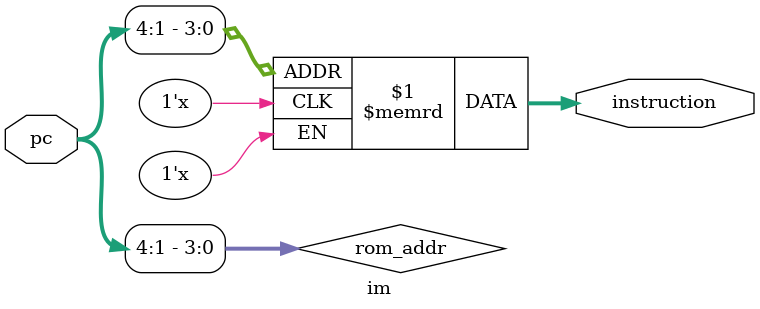
<source format=v>
module im(
 input[31:0] pc,
 output[31:0] instruction
);

 reg [32 - 1:0] mem [32 - 1:0];
 wire [3 : 0] rom_addr = pc[4 : 1];

 assign instruction =  mem[rom_addr]; 

endmodule

</source>
